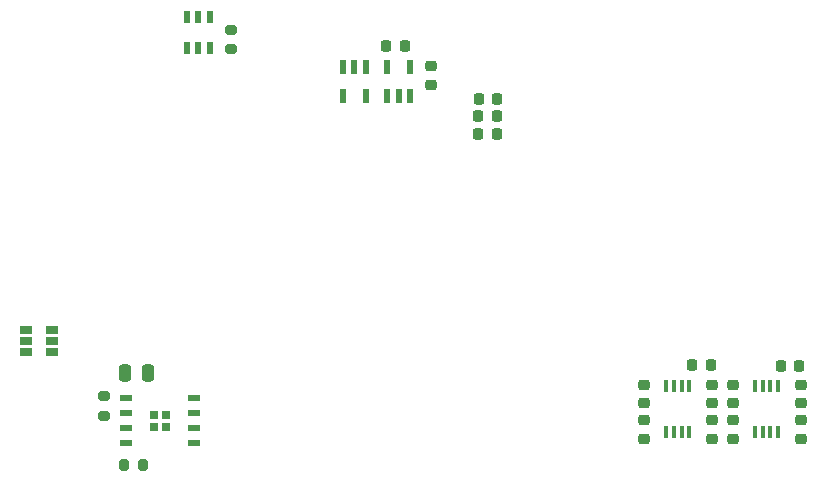
<source format=gbr>
%TF.GenerationSoftware,KiCad,Pcbnew,(6.0.0-rc1-29-g9238b27f63)*%
%TF.CreationDate,2021-12-03T12:49:23+01:00*%
%TF.ProjectId,robolympics_hub,726f626f-6c79-46d7-9069-63735f687562,rev?*%
%TF.SameCoordinates,Original*%
%TF.FileFunction,Paste,Bot*%
%TF.FilePolarity,Positive*%
%FSLAX46Y46*%
G04 Gerber Fmt 4.6, Leading zero omitted, Abs format (unit mm)*
G04 Created by KiCad (PCBNEW (6.0.0-rc1-29-g9238b27f63)) date 2021-12-03 12:49:23*
%MOMM*%
%LPD*%
G01*
G04 APERTURE LIST*
G04 Aperture macros list*
%AMRoundRect*
0 Rectangle with rounded corners*
0 $1 Rounding radius*
0 $2 $3 $4 $5 $6 $7 $8 $9 X,Y pos of 4 corners*
0 Add a 4 corners polygon primitive as box body*
4,1,4,$2,$3,$4,$5,$6,$7,$8,$9,$2,$3,0*
0 Add four circle primitives for the rounded corners*
1,1,$1+$1,$2,$3*
1,1,$1+$1,$4,$5*
1,1,$1+$1,$6,$7*
1,1,$1+$1,$8,$9*
0 Add four rect primitives between the rounded corners*
20,1,$1+$1,$2,$3,$4,$5,0*
20,1,$1+$1,$4,$5,$6,$7,0*
20,1,$1+$1,$6,$7,$8,$9,0*
20,1,$1+$1,$8,$9,$2,$3,0*%
G04 Aperture macros list end*
%ADD10R,1.060000X0.650000*%
%ADD11R,0.450000X1.100000*%
%ADD12R,0.500000X1.250000*%
%ADD13RoundRect,0.218750X0.218750X0.256250X-0.218750X0.256250X-0.218750X-0.256250X0.218750X-0.256250X0*%
%ADD14RoundRect,0.218750X-0.218750X-0.256250X0.218750X-0.256250X0.218750X0.256250X-0.218750X0.256250X0*%
%ADD15RoundRect,0.200000X-0.275000X0.200000X-0.275000X-0.200000X0.275000X-0.200000X0.275000X0.200000X0*%
%ADD16RoundRect,0.218750X0.256250X-0.218750X0.256250X0.218750X-0.256250X0.218750X-0.256250X-0.218750X0*%
%ADD17RoundRect,0.218750X-0.256250X0.218750X-0.256250X-0.218750X0.256250X-0.218750X0.256250X0.218750X0*%
%ADD18R,0.550000X1.050000*%
%ADD19RoundRect,0.250000X-0.250000X-0.475000X0.250000X-0.475000X0.250000X0.475000X-0.250000X0.475000X0*%
%ADD20R,0.800000X0.800000*%
%ADD21R,1.100000X0.500000*%
%ADD22RoundRect,0.200000X0.200000X0.275000X-0.200000X0.275000X-0.200000X-0.275000X0.200000X-0.275000X0*%
G04 APERTURE END LIST*
D10*
%TO.C,U4*%
X170600000Y-102050000D03*
X170600000Y-103000000D03*
X170600000Y-103950000D03*
X168400000Y-103950000D03*
X168400000Y-103000000D03*
X168400000Y-102050000D03*
%TD*%
D11*
%TO.C,IC7*%
X232075000Y-110700000D03*
X231425000Y-110700000D03*
X230775000Y-110700000D03*
X230125000Y-110700000D03*
X230125000Y-106800000D03*
X230775000Y-106800000D03*
X231425000Y-106800000D03*
X232075000Y-106800000D03*
%TD*%
D12*
%TO.C,IC4*%
X195250000Y-79775484D03*
X196200000Y-79775484D03*
X197150000Y-79775484D03*
X197150000Y-82275484D03*
X195250000Y-82275484D03*
%TD*%
D13*
%TO.C,R18*%
X208287500Y-84000000D03*
X206712500Y-84000000D03*
%TD*%
D14*
%TO.C,C17*%
X232312500Y-105100000D03*
X233887500Y-105100000D03*
%TD*%
D15*
%TO.C,R10*%
X175000000Y-107675000D03*
X175000000Y-109325000D03*
%TD*%
D16*
%TO.C,C19*%
X226500000Y-108287500D03*
X226500000Y-106712500D03*
%TD*%
D13*
%TO.C,R20*%
X208300000Y-82500000D03*
X206725000Y-82500000D03*
%TD*%
D16*
%TO.C,C20*%
X234000000Y-108287500D03*
X234000000Y-106712500D03*
%TD*%
D17*
%TO.C,C29*%
X202700000Y-79737984D03*
X202700000Y-81312984D03*
%TD*%
%TO.C,R13*%
X234000000Y-109712500D03*
X234000000Y-111287500D03*
%TD*%
D14*
%TO.C,C18*%
X224812500Y-105050000D03*
X226387500Y-105050000D03*
%TD*%
D17*
%TO.C,R12*%
X226500000Y-109712500D03*
X226500000Y-111287500D03*
%TD*%
D11*
%TO.C,IC6*%
X224575000Y-110750000D03*
X223925000Y-110750000D03*
X223275000Y-110750000D03*
X222625000Y-110750000D03*
X222625000Y-106850000D03*
X223275000Y-106850000D03*
X223925000Y-106850000D03*
X224575000Y-106850000D03*
%TD*%
D18*
%TO.C,IC3*%
X182050000Y-75600000D03*
X183000000Y-75600000D03*
X183950000Y-75600000D03*
X183950000Y-78200000D03*
X183000000Y-78200000D03*
X182050000Y-78200000D03*
%TD*%
D19*
%TO.C,C15*%
X176800000Y-105750000D03*
X178700000Y-105750000D03*
%TD*%
D12*
%TO.C,IC5*%
X200900000Y-82275484D03*
X199950000Y-82275484D03*
X199000000Y-82275484D03*
X199000000Y-79775484D03*
X200900000Y-79775484D03*
%TD*%
D13*
%TO.C,R21*%
X200487500Y-78025484D03*
X198912500Y-78025484D03*
%TD*%
D20*
%TO.C,U6*%
X179250000Y-109250000D03*
X179250000Y-110250000D03*
X180250000Y-109250000D03*
X180250000Y-110250000D03*
D21*
X182650000Y-107845000D03*
X182650000Y-109115000D03*
X182650000Y-110385000D03*
X182650000Y-111655000D03*
X176850000Y-111655000D03*
X176850000Y-110385000D03*
X176850000Y-109115000D03*
X176850000Y-107845000D03*
%TD*%
D16*
%TO.C,C22*%
X228250000Y-108287500D03*
X228250000Y-106712500D03*
%TD*%
%TO.C,C21*%
X220750000Y-108287500D03*
X220750000Y-106712500D03*
%TD*%
D13*
%TO.C,R19*%
X208287500Y-85500000D03*
X206712500Y-85500000D03*
%TD*%
D17*
%TO.C,R14*%
X220750000Y-109712500D03*
X220750000Y-111287500D03*
%TD*%
%TO.C,R15*%
X228250000Y-109712500D03*
X228250000Y-111287500D03*
%TD*%
D15*
%TO.C,R8*%
X185750000Y-76675000D03*
X185750000Y-78325000D03*
%TD*%
D22*
%TO.C,R22*%
X178325000Y-113500000D03*
X176675000Y-113500000D03*
%TD*%
M02*

</source>
